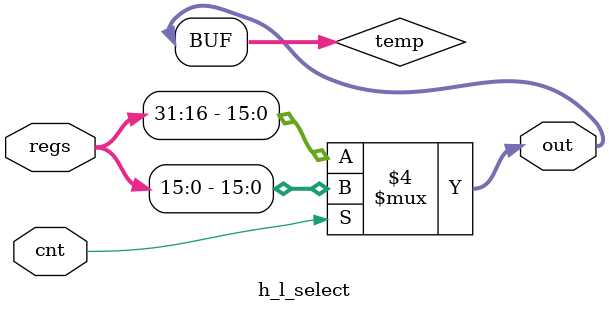
<source format=v>
`timescale 1ns / 1ps
module h_l_select(input cnt, input [31:0]regs,output [15:0]out
    );
	reg [15:0]temp;
	assign out=temp;
	always@(*)
	begin 
		if(cnt==0)
			temp<=regs[31:16];
		else
			temp<=regs[15:0];
	end

endmodule

</source>
